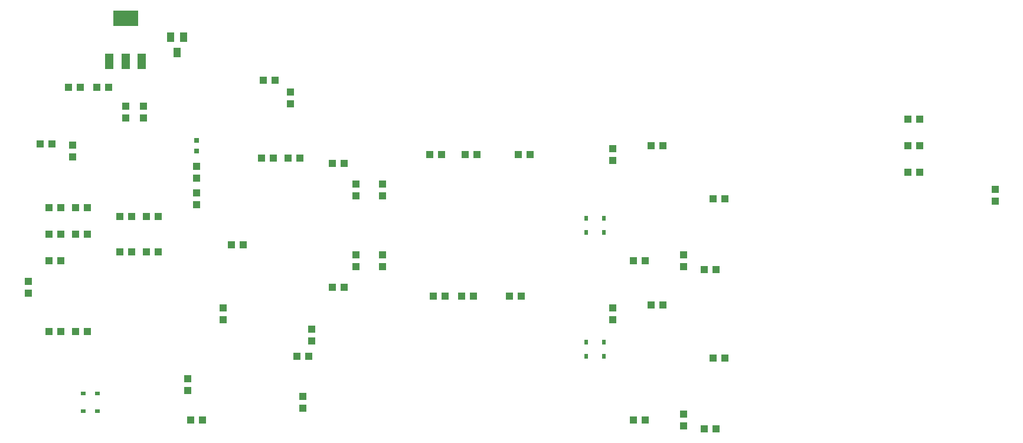
<source format=gtp>
G75*
G70*
%OFA0B0*%
%FSLAX24Y24*%
%IPPOS*%
%LPD*%
%AMOC8*
5,1,8,0,0,1.08239X$1,22.5*
%
%ADD10R,0.0480X0.0880*%
%ADD11R,0.1417X0.0866*%
%ADD12R,0.0394X0.0433*%
%ADD13R,0.0394X0.0551*%
%ADD14R,0.0433X0.0394*%
%ADD15R,0.0315X0.0315*%
%ADD16R,0.0197X0.0315*%
%ADD17R,0.0315X0.0197*%
D10*
X009690Y022380D03*
X010600Y022380D03*
X011510Y022380D03*
D11*
X010600Y024820D03*
D12*
X018365Y021300D03*
X019035Y021300D03*
X011600Y019835D03*
X010600Y019835D03*
X010600Y019165D03*
X011600Y019165D03*
X009635Y020900D03*
X008965Y020900D03*
X008035Y020900D03*
X007365Y020900D03*
X006435Y017700D03*
X005765Y017700D03*
X007765Y014100D03*
X008435Y014100D03*
X010265Y013600D03*
X010935Y013600D03*
X011765Y013600D03*
X012435Y013600D03*
X008435Y012600D03*
X007765Y012600D03*
X016100Y008435D03*
X016100Y007765D03*
X020265Y005700D03*
X020935Y005700D03*
X021100Y006565D03*
X021100Y007235D03*
X022265Y009600D03*
X022935Y009600D03*
X023600Y010765D03*
X023600Y011435D03*
X027965Y009100D03*
X028635Y009100D03*
X029565Y009100D03*
X030235Y009100D03*
X038100Y008435D03*
X038100Y007765D03*
X040265Y008600D03*
X040935Y008600D03*
X054765Y016100D03*
X055435Y016100D03*
X055435Y017600D03*
X054765Y017600D03*
X054765Y019100D03*
X055435Y019100D03*
X040935Y017600D03*
X040265Y017600D03*
X038100Y017435D03*
X038100Y016765D03*
X030435Y017100D03*
X029765Y017100D03*
X028435Y017100D03*
X027765Y017100D03*
X023600Y015435D03*
X023600Y014765D03*
X022935Y016600D03*
X022265Y016600D03*
X020435Y016900D03*
X019765Y016900D03*
X008435Y007100D03*
X007765Y007100D03*
X020600Y003435D03*
X020600Y002765D03*
D13*
X013500Y022867D03*
X013126Y023733D03*
X013874Y023733D03*
D14*
X019900Y020635D03*
X019900Y019965D03*
X018935Y016900D03*
X018265Y016900D03*
X014600Y016435D03*
X014600Y015765D03*
X014600Y014935D03*
X014600Y014265D03*
X016565Y012000D03*
X017235Y012000D03*
X012435Y011600D03*
X011765Y011600D03*
X010935Y011600D03*
X010265Y011600D03*
X006935Y011100D03*
X006265Y011100D03*
X005100Y009935D03*
X005100Y009265D03*
X006265Y007100D03*
X006935Y007100D03*
X014100Y004435D03*
X014100Y003765D03*
X014265Y002100D03*
X014935Y002100D03*
X032265Y009100D03*
X032935Y009100D03*
X039265Y011100D03*
X039935Y011100D03*
X042100Y010765D03*
X042100Y011435D03*
X043265Y010600D03*
X043935Y010600D03*
X043765Y014600D03*
X044435Y014600D03*
X033435Y017100D03*
X032765Y017100D03*
X025100Y015435D03*
X025100Y014765D03*
X025100Y011435D03*
X025100Y010765D03*
X007600Y016965D03*
X007600Y017635D03*
X006935Y014100D03*
X006265Y014100D03*
X006265Y012600D03*
X006935Y012600D03*
X039265Y002100D03*
X039935Y002100D03*
X042100Y001765D03*
X042100Y002435D03*
X043265Y001600D03*
X043935Y001600D03*
X043765Y005600D03*
X044435Y005600D03*
X059700Y014465D03*
X059700Y015135D03*
D15*
X014600Y017305D03*
X014600Y017895D03*
D16*
X036600Y013494D03*
X037600Y013494D03*
X037600Y012706D03*
X036600Y012706D03*
X036600Y006494D03*
X037600Y006494D03*
X037600Y005706D03*
X036600Y005706D03*
D17*
X008206Y002600D03*
X008994Y002600D03*
X008994Y003600D03*
X008206Y003600D03*
M02*

</source>
